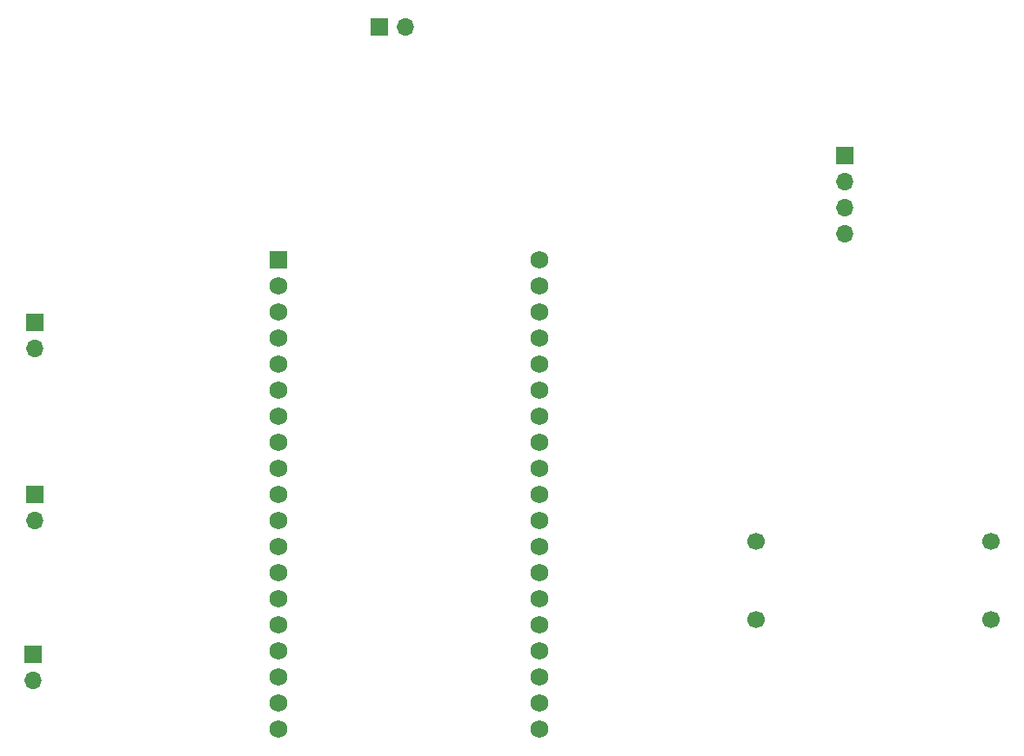
<source format=gbr>
%TF.GenerationSoftware,KiCad,Pcbnew,8.0.8*%
%TF.CreationDate,2025-03-11T11:38:08-07:00*%
%TF.ProjectId,final-PCB-display,66696e61-6c2d-4504-9342-2d646973706c,rev?*%
%TF.SameCoordinates,Original*%
%TF.FileFunction,Soldermask,Top*%
%TF.FilePolarity,Negative*%
%FSLAX46Y46*%
G04 Gerber Fmt 4.6, Leading zero omitted, Abs format (unit mm)*
G04 Created by KiCad (PCBNEW 8.0.8) date 2025-03-11 11:38:08*
%MOMM*%
%LPD*%
G01*
G04 APERTURE LIST*
G04 Aperture macros list*
%AMRoundRect*
0 Rectangle with rounded corners*
0 $1 Rounding radius*
0 $2 $3 $4 $5 $6 $7 $8 $9 X,Y pos of 4 corners*
0 Add a 4 corners polygon primitive as box body*
4,1,4,$2,$3,$4,$5,$6,$7,$8,$9,$2,$3,0*
0 Add four circle primitives for the rounded corners*
1,1,$1+$1,$2,$3*
1,1,$1+$1,$4,$5*
1,1,$1+$1,$6,$7*
1,1,$1+$1,$8,$9*
0 Add four rect primitives between the rounded corners*
20,1,$1+$1,$2,$3,$4,$5,0*
20,1,$1+$1,$4,$5,$6,$7,0*
20,1,$1+$1,$6,$7,$8,$9,0*
20,1,$1+$1,$8,$9,$2,$3,0*%
G04 Aperture macros list end*
%ADD10R,1.700000X1.700000*%
%ADD11O,1.700000X1.700000*%
%ADD12C,1.700000*%
%ADD13RoundRect,0.102000X-0.765000X-0.765000X0.765000X-0.765000X0.765000X0.765000X-0.765000X0.765000X0*%
%ADD14C,1.734000*%
G04 APERTURE END LIST*
D10*
%TO.C,BT1*%
X131945000Y-58535000D03*
D11*
X134485000Y-58535000D03*
%TD*%
D10*
%TO.C,green1*%
X98345000Y-104120000D03*
D11*
X98345000Y-106660000D03*
%TD*%
D10*
%TO.C,J1*%
X177220000Y-71080000D03*
D11*
X177220000Y-73620000D03*
X177220000Y-76160000D03*
X177220000Y-78700000D03*
%TD*%
D12*
%TO.C,M1*%
X168570000Y-116310000D03*
X168570000Y-108690000D03*
X191430000Y-108690000D03*
X191430000Y-116310000D03*
%TD*%
D10*
%TO.C,yellow1*%
X98345000Y-87385000D03*
D11*
X98345000Y-89925000D03*
%TD*%
D13*
%TO.C,U1*%
X122100000Y-81260000D03*
D14*
X122100000Y-83800000D03*
X122100000Y-86340000D03*
X122100000Y-88880000D03*
X122100000Y-91420000D03*
X122100000Y-93960000D03*
X122100000Y-96500000D03*
X122100000Y-99040000D03*
X122100000Y-101580000D03*
X122100000Y-104120000D03*
X122100000Y-106660000D03*
X122100000Y-109200000D03*
X122100000Y-111740000D03*
X122100000Y-114280000D03*
X122100000Y-116820000D03*
X122100000Y-119360000D03*
X122100000Y-121900000D03*
X122100000Y-124440000D03*
X122100000Y-126980000D03*
X147500000Y-126980000D03*
X147500000Y-124440000D03*
X147500000Y-121900000D03*
X147500000Y-119360000D03*
X147500000Y-116820000D03*
X147500000Y-114280000D03*
X147500000Y-111740000D03*
X147500000Y-109200000D03*
X147500000Y-106660000D03*
X147500000Y-104120000D03*
X147500000Y-101580000D03*
X147500000Y-99040000D03*
X147500000Y-96500000D03*
X147500000Y-93960000D03*
X147500000Y-91420000D03*
X147500000Y-88880000D03*
X147500000Y-86340000D03*
X147500000Y-83800000D03*
X147500000Y-81260000D03*
%TD*%
D10*
%TO.C,red1*%
X98220000Y-119660000D03*
D11*
X98220000Y-122200000D03*
%TD*%
M02*

</source>
